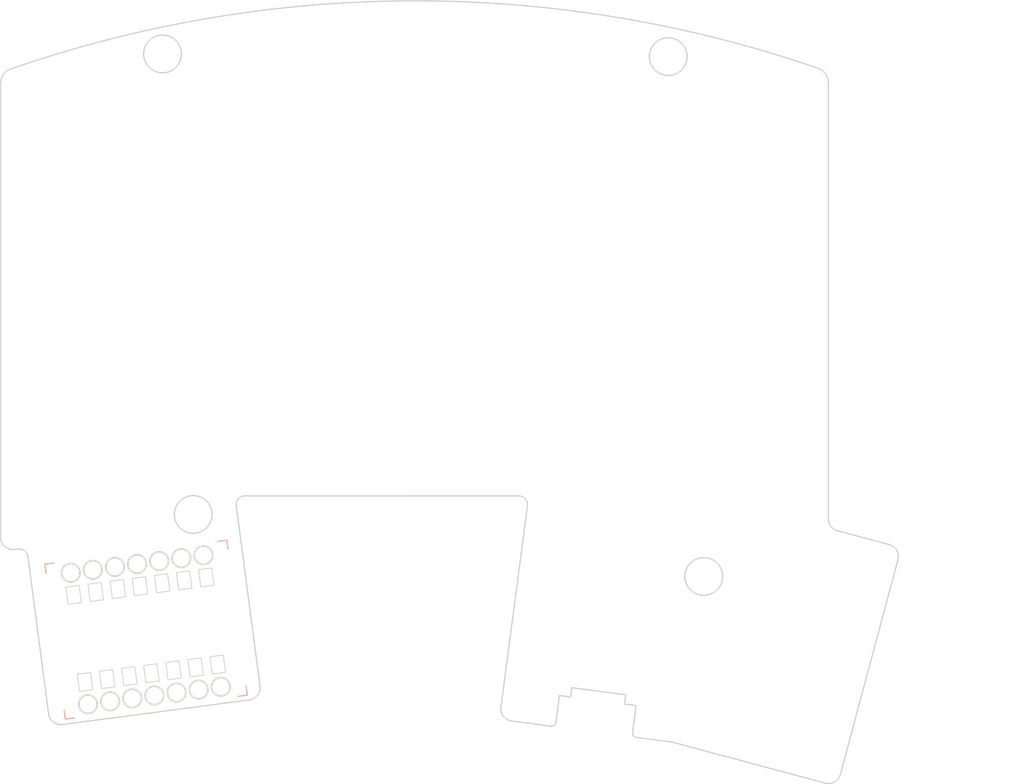
<source format=kicad_pcb>
(kicad_pcb (version 20240108) (generator "pcbnew") (generator_version "8.0")
  (title_block (title "Kretsträd") (company "by JW"))
  (layers (0 "F.Cu" signal) (31 "B.Cu" signal) (34 "B.Paste" user) (35 "F.Paste" user) (36 "B.SilkS" user "B.Silkscreen") (37 "F.SilkS" user "F.Silkscreen") (38 "B.Mask" user) (39 "F.Mask" user) (44 "Edge.Cuts" user))
  (net 0 "")
  (footprint "jw_custom_footprints:MountingHole_4.3mm_M4_cutout" (layer "F.Cu") (at 100.82219 105.995881)
    (property "Reference" "TH3" (hide yes))
    (property "Value" "HOLE")
    (fp_circle (center 0 0) (end 2.15 0) (stroke (width 0.15)) (fill none) (layer "Edge.Cuts"))
  )
  (footprint "jw_custom_footprints:MountingHole_4.3mm_M4_cutout" (layer "F.Cu") (at 158.93739 113.057081)
    (property "Reference" "TH4" (hide yes))
    (property "Value" "HOLE")
    (fp_circle (center 0 0) (end 2.15 0) (stroke (width 0.15)) (fill none) (layer "Edge.Cuts"))
  )
  (footprint "jw_custom_footprints:Xiao THT jumper pad_hole_1.55mm_cutout" (layer "F.Cu") (at 95.259726 119.141085 97.5)
    (property "Reference" "U1" (hide yes))
    (property "Value" "SeeeduinoXIAO")
    (fp_line (start 8.9 -10.2452) (end 7.9 -10.2452) (stroke (width 0.15)) (layer "B.SilkS"))
    (fp_line (start 8.9 -10.2452) (end 8.9 -9.2452) (stroke (width 0.15)) (layer "B.SilkS"))
    (fp_line (start -8.9 -10.2452) (end -7.95 -10.2452) (stroke (width 0.15)) (layer "B.SilkS"))
    (fp_line (start -8.9 -10.2452) (end -8.9 -9.2452) (stroke (width 0.15)) (layer "B.SilkS"))
    (fp_line (start 8.9 9.593) (end 8.9 10.643002) (stroke (width 0.15)) (layer "B.SilkS"))
    (fp_line (start 8.9 10.643002) (end 7.9 10.643) (stroke (width 0.15)) (layer "B.SilkS"))
    (fp_line (start -8.9 9.643) (end -8.9 10.643) (stroke (width 0.15)) (layer "B.SilkS"))
    (fp_line (start -8.9 10.643) (end -7.89 10.643) (stroke (width 0.15)) (layer "B.SilkS"))
    (fp_line (start 8.9 -10.2202) (end 7.95 -10.2202) (stroke (width 0.15)) (layer "F.SilkS"))
    (fp_line (start 8.9 -10.2202) (end 8.9 -9.2202) (stroke (width 0.15)) (layer "F.SilkS"))
    (fp_line (start -8.9 -10.2202) (end -7.9 -10.2202) (stroke (width 0.15)) (layer "F.SilkS"))
    (fp_line (start -8.9 -10.2202) (end -8.9 -9.2202) (stroke (width 0.15)) (layer "F.SilkS"))
    (fp_line (start 8.899999 9.668) (end 8.9 10.668) (stroke (width 0.15)) (layer "F.SilkS"))
    (fp_line (start 8.9 10.668) (end 7.89 10.668) (stroke (width 0.15)) (layer "F.SilkS"))
    (fp_line (start -8.9 9.618) (end -8.9 10.668) (stroke (width 0.15)) (layer "F.SilkS"))
    (fp_line (start -8.9 10.668) (end -7.9 10.668) (stroke (width 0.15)) (layer "F.SilkS"))
    (fp_circle (center 7.5438 -7.46) (end 8.5938 -7.46) (stroke (width 0.2)) (fill none) (layer "Edge.Cuts"))
    (fp_circle (center -7.5588 -7.46) (end -6.5088 -7.46) (stroke (width 0.2)) (fill none) (layer "Edge.Cuts"))
    (fp_circle (center 7.5438 -4.92) (end 8.5938 -4.92) (stroke (width 0.2)) (fill none) (layer "Edge.Cuts"))
    (fp_circle (center -7.5588 -4.92) (end -6.5088 -4.92) (stroke (width 0.2)) (fill none) (layer "Edge.Cuts"))
    (fp_circle (center 7.5438 -2.38) (end 8.593802 -2.38) (stroke (width 0.2)) (fill none) (layer "Edge.Cuts"))
    (fp_circle (center -7.5588 -2.38) (end -6.5088 -2.38) (stroke (width 0.2)) (fill none) (layer "Edge.Cuts"))
    (fp_circle (center 7.5438 0.16) (end 8.5938 0.16) (stroke (width 0.2)) (fill none) (layer "Edge.Cuts"))
    (fp_circle (center -7.5588 0.16) (end -6.5088 0.16) (stroke (width 0.2)) (fill none) (layer "Edge.Cuts"))
    (fp_circle (center 7.543799 2.7) (end 8.5938 2.7) (stroke (width 0.2)) (fill none) (layer "Edge.Cuts"))
    (fp_circle (center -7.5588 2.7) (end -6.5088 2.7) (stroke (width 0.2)) (fill none) (layer "Edge.Cuts"))
    (fp_circle (center 7.5438 5.24) (end 8.5938 5.24) (stroke (width 0.2)) (fill none) (layer "Edge.Cuts"))
    (fp_circle (center -7.5588 5.24) (end -6.5088 5.24) (stroke (width 0.2)) (fill none) (layer "Edge.Cuts"))
    (fp_circle (center 7.5438 7.780004) (end 8.5938 7.78) (stroke (width 0.2)) (fill none) (layer "Edge.Cuts"))
    (fp_circle (center -7.5588 7.78) (end -6.5088 7.78) (stroke (width 0.2)) (fill none) (layer "Edge.Cuts"))
    (fp_poly (pts (xy 4.0066 -8.2296) (xy 5.9878 -8.2296) (xy 5.9878 -6.7056) (xy 4.0066 -6.7056)) (stroke (width 0.1)) (fill none) (layer "Edge.Cuts"))
    (fp_poly (pts (xy -5.9944 -8.2296) (xy -4.0132 -8.2296) (xy -4.0132 -6.7056) (xy -5.994402 -6.7056)) (stroke (width 0.1)) (fill none) (layer "Edge.Cuts"))
    (fp_poly (pts (xy 4.0066 -5.6896) (xy 5.9878 -5.6896) (xy 5.9878 -4.1656) (xy 4.0066 -4.1656)) (stroke (width 0.1)) (fill none) (layer "Edge.Cuts"))
    (fp_poly (pts (xy -5.9944 -5.6896) (xy -4.0132 -5.6896) (xy -4.0132 -4.1656) (xy -5.9944 -4.1656)) (stroke (width 0.1)) (fill none) (layer "Edge.Cuts"))
    (fp_poly (pts (xy 4.0066 -3.1496) (xy 5.9878 -3.1496) (xy 5.9878 -1.625601) (xy 4.0066 -1.6256)) (stroke (width 0.1)) (fill none) (layer "Edge.Cuts"))
    (fp_poly (pts (xy -5.9944 -3.1496) (xy -4.0132 -3.1496) (xy -4.0132 -1.6256) (xy -5.994398 -1.6256)) (stroke (width 0.1)) (fill none) (layer "Edge.Cuts"))
    (fp_poly (pts (xy 4.0066 -0.6096) (xy 5.9878 -0.6096) (xy 5.9878 0.9144) (xy 4.0066 0.9144)) (stroke (width 0.1)) (fill none) (layer "Edge.Cuts"))
    (fp_poly (pts (xy -5.9944 -0.6096) (xy -4.0132 -0.6096) (xy -4.0132 0.9144) (xy -5.9944 0.9144)) (stroke (width 0.1)) (fill none) (layer "Edge.Cuts"))
    (fp_poly (pts (xy 4.0066 1.9304) (xy 5.9878 1.9304) (xy 5.9878 3.4544) (xy 4.0066 3.4544)) (stroke (width 0.1)) (fill none) (layer "Edge.Cuts"))
    (fp_poly (pts (xy -5.9944 1.9304) (xy -4.0132 1.9304) (xy -4.0132 3.4544) (xy -5.9944 3.4544)) (stroke (width 0.1)) (fill none) (layer "Edge.Cuts"))
    (fp_poly (pts (xy 4.0066 4.4704) (xy 5.9878 4.4704) (xy 5.9878 5.9944) (xy 4.0066 5.9944)) (stroke (width 0.1)) (fill none) (layer "Edge.Cuts"))
    (fp_poly (pts (xy -5.9944 4.4704) (xy -4.0132 4.4704) (xy -4.0132 5.9944) (xy -5.9944 5.9944)) (stroke (width 0.1)) (fill none) (layer "Edge.Cuts"))
    (fp_poly (pts (xy 4.0066 7.0104) (xy 5.9878 7.0104) (xy 5.9878 8.5344) (xy 4.0066 8.5344)) (stroke (width 0.1)) (fill none) (layer "Edge.Cuts"))
    (fp_poly (pts (xy -5.9944 7.0104) (xy -4.0132 7.0104) (xy -4.0132 8.5344) (xy -5.9944 8.5344)) (stroke (width 0.1)) (fill none) (layer "Edge.Cuts"))
  )
  (footprint "jw_custom_footprints:MountingHole_4.3mm_M4_cutout" (layer "F.Cu") (at 97.3328 53.5432)
    (property "Reference" "TH1" (hide yes))
    (property "Value" "HOLE")
    (fp_circle (center 0 0) (end 2.15 0) (stroke (width 0.15)) (fill none) (layer "Edge.Cuts"))
  )
  (footprint "jw_custom_footprints:MountingHole_4.3mm_M4_cutout" (layer "F.Cu") (at 154.894 53.848)
    (property "Reference" "TH2" (hide yes))
    (property "Value" "HOLE")
    (fp_circle (center 0 0) (end 2.15 0) (stroke (width 0.15)) (fill none) (layer "Edge.Cuts"))
  )
  (gr_line (start 150.055411 126.534101) (end 143.919954 125.726352) (stroke (width 0.15)) (layer "Edge.Cuts"))
  (gr_arc (start 108.426587 125.548064) (mid 108.149197 126.582982) (end 107.221283 127.118683) (stroke (width 0.15)) (layer "Edge.Cuts"))
  (gr_line (start 137.057564 129.52277) (end 141.546578 130.113759) (stroke (width 0.15)) (layer "Edge.Cuts"))
  (gr_line (start 173.128112 56.858591) (end 173.128112 106.502087) (stroke (width 0.15)) (layer "Edge.Cuts"))
  (gr_line (start 80.886919 109.929828) (end 80.487185 109.982454) (stroke (width 0.15)) (layer "Edge.Cuts"))
  (gr_line (start 142.511262 126.6169) (end 142.107563 129.6833) (stroke (width 0.15)) (layer "Edge.Cuts"))
  (gr_line (start 155.432339 131.953936) (end 172.77345 136.600472) (stroke (width 0.15)) (layer "Edge.Cuts"))
  (gr_line (start 155.252729 131.918209) (end 151.262737 131.392917) (stroke (width 0.15)) (layer "Edge.Cuts"))
  (gr_arc (start 171.8564 55.1434) (mid 172.77909 55.788325) (end 173.128112 56.858591) (stroke (width 0.15)) (layer "Edge.Cuts"))
  (gr_arc (start 155.252729 131.918209) (mid 155.343119 131.933132) (end 155.432339 131.953936) (stroke (width 0.15)) (layer "Edge.Cuts"))
  (gr_line (start 181.043189 111.14657) (end 174.488093 135.610523) (stroke (width 0.15)) (layer "Edge.Cuts"))
  (gr_line (start 82.008945 110.791165) (end 84.361052 128.715613) (stroke (width 0.15)) (layer "Edge.Cuts"))
  (gr_line (start 151.235977 127.76553) (end 149.916166 127.591774) (stroke (width 0.15)) (layer "Edge.Cuts"))
  (gr_arc (start 80.886919 109.929828) (mid 81.626352 110.128081) (end 82.008945 110.791165) (stroke (width 0.15)) (layer "Edge.Cuts"))
  (gr_line (start 151.235977 127.76553) (end 150.832278 130.831932) (stroke (width 0.15)) (layer "Edge.Cuts"))
  (gr_arc (start 105.725668 105.016526) (mid 105.965272 104.226649) (end 106.717112 103.886) (stroke (width 0.15)) (layer "Edge.Cuts"))
  (gr_arc (start 80.164858 55.2196) (mid 126.004242 47.495858) (end 171.8564 55.1434) (stroke (width 0.15)) (layer "Edge.Cuts"))
  (gr_line (start 106.717112 103.886) (end 137.880093 103.888558) (stroke (width 0.15)) (layer "Edge.Cuts"))
  (gr_line (start 105.725668 105.016526) (end 108.426587 125.548064) (stroke (width 0.15)) (layer "Edge.Cuts"))
  (gr_arc (start 174.165765 107.854383) (mid 173.417407 107.354356) (end 173.128112 106.502087) (stroke (width 0.15)) (layer "Edge.Cuts"))
  (gr_arc (start 137.880093 103.888558) (mid 138.631878 104.229243) (end 138.871456 105.019084) (stroke (width 0.15)) (layer "Edge.Cuts"))
  (gr_line (start 143.780708 126.784026) (end 142.511262 126.6169) (stroke (width 0.15)) (layer "Edge.Cuts"))
  (gr_arc (start 142.107563 129.6833) (mid 141.916214 130.014708) (end 141.546578 130.113759) (stroke (width 0.15)) (layer "Edge.Cuts"))
  (gr_arc (start 151.262737 131.392917) (mid 150.931324 131.201575) (end 150.832278 130.831932) (stroke (width 0.15)) (layer "Edge.Cuts"))
  (gr_arc (start 137.057564 129.52277) (mid 136.129606 128.987013) (end 135.852279 127.95201) (stroke (width 0.15)) (layer "Edge.Cuts"))
  (gr_line (start 78.904448 56.858591) (end 78.904448 108.594431) (stroke (width 0.15)) (layer "Edge.Cuts"))
  (gr_line (start 138.871456 105.019084) (end 135.852279 127.95201) (stroke (width 0.15)) (layer "Edge.Cuts"))
  (gr_line (start 85.931889 129.921485) (end 107.221283 127.118683) (stroke (width 0.15)) (layer "Edge.Cuts"))
  (gr_arc (start 80.487185 109.982454) (mid 79.381364 109.647007) (end 78.904448 108.594431) (stroke (width 0.15)) (layer "Edge.Cuts"))
  (gr_arc (start 78.904448 56.858591) (mid 79.253843 55.823144) (end 80.164858 55.2196) (stroke (width 0.15)) (layer "Edge.Cuts"))
  (gr_arc (start 174.488093 135.610523) (mid 173.835801 136.460624) (end 172.77345 136.600472) (stroke (width 0.15)) (layer "Edge.Cuts"))
  (gr_line (start 174.165765 107.854383) (end 180.05324 109.431926) (stroke (width 0.15)) (layer "Edge.Cuts"))
  (gr_arc (start 85.931889 129.921485) (mid 84.896692 129.643954) (end 84.361052 128.715613) (stroke (width 0.15)) (layer "Edge.Cuts"))
  (gr_arc (start 180.05324 109.431926) (mid 180.903321 110.084222) (end 181.043189 111.14657) (stroke (width 0.15)) (layer "Edge.Cuts"))
  (gr_line (start 143.919954 125.726352) (end 143.780708 126.784026) (stroke (width 0.15)) (layer "Edge.Cuts"))
  (gr_line (start 149.916166 127.591774) (end 150.055411 126.534101) (stroke (width 0.15)) (layer "Edge.Cuts"))
)
</source>
